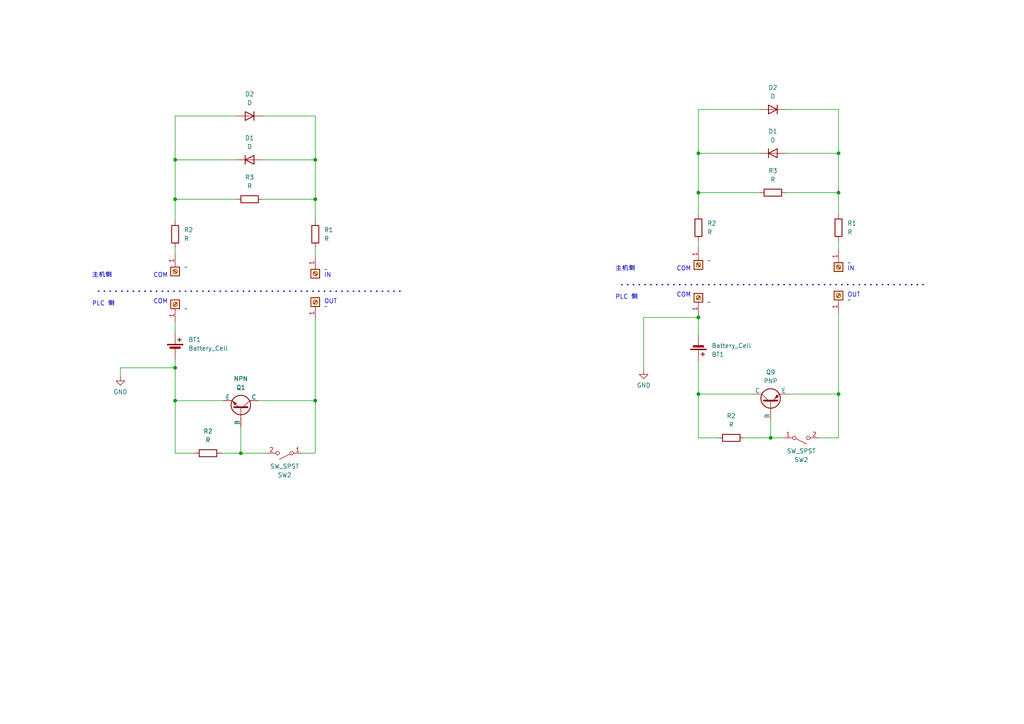
<source format=kicad_sch>
(kicad_sch (version 20230121) (generator eeschema)
  (paper "A4")
  (lib_symbols
    (symbol "Connector:Screw_Terminal_01x01" (pin_names (offset 1.016) hide)
      (property "Reference" "J" (at 0 2.54 0))
      (property "Value" "Screw_Terminal_01x01" (at 0 -2.54 0))
      (symbol "Screw_Terminal_01x01_1_1"
        (rectangle (start -1.27 1.27) (end 1.27 -1.27) (stroke (width 0.254)) (fill (type background)))
        (polyline (pts (xy -0.5334 0.3302) (xy 0.3302 -0.508)) (stroke (width 0.1524)))
        (polyline (pts (xy -0.3556 0.508) (xy 0.508 -0.3302)) (stroke (width 0.1524)))
        (circle (center 0 0) (radius 0.635) (stroke (width 0.1524)))
        (pin passive line (at -5.08 0 0) (length 3.81) (name "Pin_1") (number "1"))
      )
    )
    (symbol "Device:Battery_Cell" (pin_numbers hide) (pin_names (offset 0) hide)
      (property "Reference" "BT" (at 2.54 2.54 0))
      (property "Value" "Battery_Cell" (at 2.54 0 0))
      (symbol "Battery_Cell_0_1"
        (rectangle (start -2.286 1.778) (end 2.286 1.524) (fill (type outline)))
        (rectangle (start -1.524 1.016) (end 1.524 0.508) (fill (type outline)))
        (polyline (pts (xy 0 0.762) (xy 0 0)))
        (polyline (pts (xy 0 1.778) (xy 0 2.54)))
        (polyline (pts (xy 0.762 3.048) (xy 1.778 3.048)) (stroke (width 0.254)))
        (polyline (pts (xy 1.27 3.556) (xy 1.27 2.54)) (stroke (width 0.254)))
      )
      (symbol "Battery_Cell_1_1"
        (pin passive line (at 0 5.08 270) (length 2.54) (name "+") (number "1"))
        (pin passive line (at 0 -2.54 90) (length 2.54) (name "-") (number "2"))
      )
    )
    (symbol "Device:D" (pin_numbers hide) (pin_names (offset 1.016) hide)
      (property "Reference" "D" (at 0 2.54 0))
      (property "Value" "D" (at 0 -2.54 0))
      (symbol "D_0_1"
        (polyline (pts (xy -1.27 1.27) (xy -1.27 -1.27)) (stroke (width 0.254)))
        (polyline (pts (xy 1.27 0) (xy -1.27 0)))
        (polyline (pts (xy 1.27 1.27) (xy 1.27 -1.27) (xy -1.27 0) (xy 1.27 1.27)) (stroke (width 0.254)))
      )
      (symbol "D_1_1"
        (pin passive line (at -3.81 0 0) (length 2.54) (name "K") (number "1"))
        (pin passive line (at 3.81 0 180) (length 2.54) (name "A") (number "2"))
      )
    )
    (symbol "Device:R" (pin_numbers hide) (pin_names (offset 0))
      (property "Reference" "R" (at 2.032 0 90))
      (property "Value" "R" (at 0 0 90))
      (symbol "R_0_1"
        (rectangle (start -1.016 -2.54) (end 1.016 2.54) (stroke (width 0.254)))
      )
      (symbol "R_1_1"
        (pin passive line (at 0 3.81 270) (length 1.27) (name "~") (number "1"))
        (pin passive line (at 0 -3.81 90) (length 1.27) (name "~") (number "2"))
      )
    )
    (symbol "Simulation_SPICE:NPN" (pin_numbers hide) (pin_names (offset 0))
      (property "Reference" "Q" (at -2.54 7.62 0))
      (property "Value" "NPN" (at -2.54 5.08 0))
      (symbol "NPN_0_1"
        (polyline (pts (xy -2.54 0) (xy 0.635 0)) (stroke (width 0.1524)))
        (polyline (pts (xy 0.635 0.635) (xy 2.54 2.54)))
        (polyline (pts (xy 2.794 -1.27) (xy 2.794 -1.27)) (stroke (width 0.1524)))
        (polyline (pts (xy 2.794 -1.27) (xy 2.794 -1.27)) (stroke (width 0.1524)))
        (polyline (pts (xy 0.635 -0.635) (xy 2.54 -2.54) (xy 2.54 -2.54)))
        (polyline (pts (xy 0.635 1.905) (xy 0.635 -1.905) (xy 0.635 -1.905)) (stroke (width 0.508)))
        (polyline (pts (xy 1.27 -1.778) (xy 1.778 -1.27) (xy 2.286 -2.286) (xy 1.27 -1.778) (xy 1.27 -1.778)) (fill (type outline)))
        (circle (center 1.27 0) (radius 2.8194) (stroke (width 0.254)))
      )
      (symbol "NPN_1_1"
        (pin open_collector line (at 2.54 5.08 270) (length 2.54) (name "C") (number "1"))
        (pin input line (at -5.08 0 0) (length 2.54) (name "B") (number "2"))
        (pin open_emitter line (at 2.54 -5.08 90) (length 2.54) (name "E") (number "3"))
      )
    )
    (symbol "Simulation_SPICE:PNP" (pin_numbers hide) (pin_names (offset 0))
      (property "Reference" "Q" (at -2.54 7.62 0))
      (property "Value" "PNP" (at -2.54 5.08 0))
      (symbol "PNP_0_1"
        (polyline (pts (xy -2.54 0) (xy 0.635 0)) (stroke (width 0.1524)))
        (polyline (pts (xy 0.635 0.635) (xy 2.54 2.54)))
        (polyline (pts (xy 0.635 -0.635) (xy 2.54 -2.54) (xy 2.54 -2.54)))
        (polyline (pts (xy 0.635 1.905) (xy 0.635 -1.905) (xy 0.635 -1.905)) (stroke (width 0.508)))
        (polyline (pts (xy 2.286 -1.778) (xy 1.778 -2.286) (xy 1.27 -1.27) (xy 2.286 -1.778) (xy 2.286 -1.778)) (fill (type outline)))
        (circle (center 1.27 0) (radius 2.8194) (stroke (width 0.254)))
      )
      (symbol "PNP_1_1"
        (pin open_collector line (at 2.54 5.08 270) (length 2.54) (name "C") (number "1"))
        (pin input line (at -5.08 0 0) (length 2.54) (name "B") (number "2"))
        (pin open_emitter line (at 2.54 -5.08 90) (length 2.54) (name "E") (number "3"))
      )
    )
    (symbol "Switch:SW_SPST" (pin_names (offset 0) hide)
      (property "Reference" "SW" (at 0 3.175 0))
      (property "Value" "SW_SPST" (at 0 -2.54 0))
      (symbol "SW_SPST_0_0"
        (circle (center -2.032 0) (radius 0.508))
        (polyline (pts (xy -1.524 0.254) (xy 1.524 1.778)))
        (circle (center 2.032 0) (radius 0.508))
      )
      (symbol "SW_SPST_1_1"
        (pin passive line (at -5.08 0 0) (length 2.54) (name "A") (number "1"))
        (pin passive line (at 5.08 0 180) (length 2.54) (name "B") (number "2"))
      )
    )
    (symbol "power:GND" (power) (pin_names (offset 0))
      (property "Value" "GND" (at 0 -3.81 0))
      (symbol "GND_0_1"
        (polyline (pts (xy 0 0) (xy 0 -1.27) (xy 1.27 -1.27) (xy 0 -2.54) (xy -1.27 -1.27) (xy 0 -1.27)))
      )
      (symbol "GND_1_1"
        (pin power_in line (at 0 0 270) (length 0) hide (name "GND") (number "1"))
      )
    )
  )
  (junction (at 91.44 57.785))
  (junction (at 202.565 44.45))
  (junction (at 50.8 46.355))
  (junction (at 91.44 116.205))
  (junction (at 243.205 55.88))
  (junction (at 69.85 131.445))
  (junction (at 202.565 114.3))
  (junction (at 223.52 127))
  (junction (at 202.565 92.075))
  (junction (at 243.205 114.3))
  (junction (at 50.8 106.68))
  (junction (at 50.8 57.785))
  (junction (at 243.205 44.45))
  (junction (at 91.44 46.355))
  (junction (at 202.565 55.88))
  (junction (at 50.8 116.205))
  (wire (pts (xy 243.205 90.805) (xy 243.205 114.3)))
  (wire (pts (xy 202.565 92.075) (xy 202.565 97.155)))
  (wire (pts (xy 202.565 91.44) (xy 202.565 92.075)))
  (wire (pts (xy 223.52 121.92) (xy 223.52 127)))
  (wire (pts (xy 50.8 131.445) (xy 50.8 116.205)))
  (wire (pts (xy 243.205 44.45) (xy 243.205 55.88)))
  (wire (pts (xy 202.565 127) (xy 202.565 114.3)))
  (polyline (pts (xy 28.575 84.455) (xy 117.475 84.455)) (stroke (width 0.4) (type dot)))
  (wire (pts (xy 34.925 106.68) (xy 50.8 106.68)))
  (wire (pts (xy 68.58 33.655) (xy 50.8 33.655)))
  (wire (pts (xy 202.565 69.85) (xy 202.565 71.755)))
  (wire (pts (xy 50.8 57.785) (xy 68.58 57.785)))
  (wire (pts (xy 227.965 55.88) (xy 243.205 55.88)))
  (wire (pts (xy 220.345 44.45) (xy 202.565 44.45)))
  (wire (pts (xy 202.565 44.45) (xy 202.565 55.88)))
  (wire (pts (xy 50.8 104.14) (xy 50.8 106.68)))
  (wire (pts (xy 202.565 55.88) (xy 220.345 55.88)))
  (wire (pts (xy 202.565 62.23) (xy 202.565 55.88)))
  (wire (pts (xy 243.205 69.85) (xy 243.205 72.39)))
  (wire (pts (xy 202.565 127) (xy 208.28 127)))
  (wire (pts (xy 91.44 131.445) (xy 91.44 116.205)))
  (wire (pts (xy 243.205 114.3) (xy 243.205 127)))
  (wire (pts (xy 186.69 107.315) (xy 186.69 92.075)))
  (wire (pts (xy 223.52 127) (xy 227.33 127)))
  (wire (pts (xy 91.44 57.785) (xy 91.44 64.135)))
  (wire (pts (xy 202.565 114.3) (xy 218.44 114.3)))
  (wire (pts (xy 202.565 31.75) (xy 202.565 44.45)))
  (wire (pts (xy 220.345 31.75) (xy 202.565 31.75)))
  (wire (pts (xy 64.135 131.445) (xy 69.85 131.445)))
  (wire (pts (xy 76.2 57.785) (xy 91.44 57.785)))
  (wire (pts (xy 91.44 33.655) (xy 91.44 46.355)))
  (wire (pts (xy 91.44 71.755) (xy 91.44 74.295)))
  (wire (pts (xy 227.965 44.45) (xy 243.205 44.45)))
  (wire (pts (xy 50.8 93.345) (xy 50.8 96.52)))
  (polyline (pts (xy 180.34 82.55) (xy 269.24 82.55)) (stroke (width 0.4) (type dot)))
  (wire (pts (xy 227.965 31.75) (xy 243.205 31.75)))
  (wire (pts (xy 50.8 46.355) (xy 50.8 57.785)))
  (wire (pts (xy 202.565 114.3) (xy 202.565 104.775)))
  (wire (pts (xy 243.205 55.88) (xy 243.205 62.23)))
  (wire (pts (xy 76.2 33.655) (xy 91.44 33.655)))
  (wire (pts (xy 237.49 127) (xy 243.205 127)))
  (wire (pts (xy 50.8 131.445) (xy 56.515 131.445)))
  (wire (pts (xy 228.6 114.3) (xy 243.205 114.3)))
  (wire (pts (xy 50.8 106.68) (xy 50.8 116.205)))
  (wire (pts (xy 34.925 109.22) (xy 34.925 106.68)))
  (wire (pts (xy 76.2 46.355) (xy 91.44 46.355)))
  (wire (pts (xy 50.8 71.755) (xy 50.8 73.66)))
  (wire (pts (xy 91.44 92.71) (xy 91.44 116.205)))
  (wire (pts (xy 215.9 127) (xy 223.52 127)))
  (wire (pts (xy 69.85 123.825) (xy 69.85 131.445)))
  (wire (pts (xy 186.69 92.075) (xy 202.565 92.075)))
  (wire (pts (xy 69.85 131.445) (xy 77.47 131.445)))
  (wire (pts (xy 50.8 116.205) (xy 64.77 116.205)))
  (wire (pts (xy 91.44 46.355) (xy 91.44 57.785)))
  (wire (pts (xy 50.8 33.655) (xy 50.8 46.355)))
  (wire (pts (xy 243.205 31.75) (xy 243.205 44.45)))
  (wire (pts (xy 74.93 116.205) (xy 91.44 116.205)))
  (wire (pts (xy 87.63 131.445) (xy 91.44 131.445)))
  (wire (pts (xy 68.58 46.355) (xy 50.8 46.355)))
  (wire (pts (xy 50.8 64.135) (xy 50.8 57.785)))
  (text "主机侧" (at 178.435 78.74 0) (effects (font (size 1.27 1.27)) (justify left bottom)))
  (text "COM" (at 196.215 78.74 0) (effects (font (size 1.27 1.27)) (justify left bottom)))
  (text "OUT" (at 93.98 88.265 0) (effects (font (size 1.27 1.27)) (justify left bottom)))
  (text "IN" (at 245.745 78.74 0) (effects (font (size 1.27 1.27)) (justify left bottom)))
  (text "COM" (at 44.45 88.265 0) (effects (font (size 1.27 1.27)) (justify left bottom)))
  (text "IN" (at 93.98 80.645 0) (effects (font (size 1.27 1.27)) (justify left bottom)))
  (text "COM" (at 44.45 80.645 0) (effects (font (size 1.27 1.27)) (justify left bottom)))
  (text "OUT" (at 245.745 86.36 0) (effects (font (size 1.27 1.27)) (justify left bottom)))
  (text "主机侧" (at 26.67 80.645 0) (effects (font (size 1.27 1.27)) (justify left bottom)))
  (text "COM" (at 196.215 86.36 0) (effects (font (size 1.27 1.27)) (justify left bottom)))
  (text "PLC 侧" (at 178.435 86.995 0) (effects (font (size 1.27 1.27)) (justify left bottom)))
  (text "PLC 侧" (at 26.67 88.9 0) (effects (font (size 1.27 1.27)) (justify left bottom)))
  (symbol (lib_id "Device:D") (at 224.155 31.75 180) (unit 1)
    (property "Reference" "D2" (at 224.155 25.4 0))
    (property "Value" "D" (at 224.155 27.94 0))
    (property "Sim.Device" "D" (effects hide))
    (property "Sim.Pins" "1=K 2=A" (effects hide))
    (instances (project "SimpeIODiagram" (path "" (reference "D2") (unit 1)) (path "" (reference "D1") (unit 1)) (path "" (reference "D17") (unit 1))))
  )
  (symbol (lib_id "Connector:Screw_Terminal_01x01") (at 243.205 85.725 90) (unit 1)
    (property "Reference" "J14" (effects hide))
    (property "Value" "~" (at 245.745 86.995 90) (effects (justify right)))
    (instances (project "SimpeIODiagram" (path "" (reference "J14") (unit 1)) (path "" (reference "J38") (unit 1))))
  )
  (symbol (lib_id "Device:Battery_Cell") (at 50.8 101.6 0) (unit 1)
    (property "Reference" "BT1" (at 54.61 98.4885 0) (effects (justify left)))
    (property "Value" "Battery_Cell" (at 54.61 101.0285 0) (effects (justify left)))
    (instances (project "SimpeIODiagram" (path "" (reference "BT1") (unit 1)) (path "" (reference "BT1") (unit 1)) (path "" (reference "BT3") (unit 1)) (path "" (reference "BT1") (unit 1))))
  )
  (symbol (lib_id "Connector:Screw_Terminal_01x01") (at 243.205 77.47 90) (mirror x) (unit 1)
    (property "Reference" "J14" (effects hide))
    (property "Value" "~" (at 245.745 76.2 90) (effects (justify right)))
    (instances (project "SimpeIODiagram" (path "" (reference "J14") (unit 1)) (path "" (reference "J37") (unit 1))))
  )
  (symbol (lib_id "Device:D") (at 224.155 44.45 0) (unit 1)
    (property "Reference" "D1" (at 224.155 38.1 0))
    (property "Value" "D" (at 224.155 40.64 0))
    (property "Sim.Device" "D" (effects hide))
    (property "Sim.Pins" "1=K 2=A" (effects hide))
    (instances (project "SimpeIODiagram" (path "" (reference "D1") (unit 1)) (path "" (reference "D2") (unit 1)) (path "" (reference "D18") (unit 1))))
  )
  (symbol (lib_id "Connector:Screw_Terminal_01x01") (at 91.44 87.63 90) (unit 1)
    (property "Reference" "J14" (effects hide))
    (property "Value" "~" (at 93.98 88.9 90) (effects (justify right)))
    (instances (project "SimpeIODiagram" (path "" (reference "J14") (unit 1)) (path "" (reference "J36") (unit 1))))
  )
  (symbol (lib_id "Device:R") (at 224.155 55.88 270) (unit 1)
    (property "Reference" "R3" (at 224.155 49.53 90))
    (property "Value" "R" (at 224.155 52.07 90))
    (instances (project "SimpeIODiagram" (path "" (reference "R3") (unit 1)) (path "" (reference "R2") (unit 1)) (path "" (reference "R26") (unit 1))))
  )
  (symbol (lib_id "Connector:Screw_Terminal_01x01") (at 50.8 78.74 90) (mirror x) (unit 1)
    (property "Reference" "J10" (effects hide))
    (property "Value" "~" (at 53.34 77.47 90) (effects (justify right)))
    (instances (project "SimpeIODiagram" (path "" (reference "J10") (unit 1)) (path "" (reference "J40") (unit 1))))
  )
  (symbol (lib_id "Connector:Screw_Terminal_01x01") (at 202.565 86.36 90) (unit 1)
    (property "Reference" "J10" (effects hide))
    (property "Value" "~" (at 205.105 87.63 90) (effects (justify right)))
    (instances (project "SimpeIODiagram" (path "" (reference "J10") (unit 1)) (path "" (reference "J35") (unit 1))))
  )
  (symbol (lib_id "Connector:Screw_Terminal_01x01") (at 91.44 79.375 90) (mirror x) (unit 1)
    (property "Reference" "J14" (effects hide))
    (property "Value" "~" (at 93.98 78.105 90) (effects (justify right)))
    (instances (project "SimpeIODiagram" (path "" (reference "J14") (unit 1)) (path "" (reference "J41") (unit 1))))
  )
  (symbol (lib_id "power:GND") (at 186.69 107.315 0) (unit 1)
    (property "Reference" "#PWR02" (effects hide))
    (property "Value" "GND" (at 186.69 111.76 0))
    (instances (project "SimpeIODiagram" (path "" (reference "#PWR02") (unit 1)) (path "" (reference "#PWR09") (unit 1))))
  )
  (symbol (lib_id "Device:Battery_Cell") (at 202.565 99.695 0) (mirror x) (unit 1)
    (property "Reference" "BT1" (at 206.375 102.8065 0) (effects (justify left)))
    (property "Value" "Battery_Cell" (at 206.375 100.2665 0) (effects (justify left)))
    (instances (project "SimpeIODiagram" (path "" (reference "BT1") (unit 1)) (path "" (reference "BT1") (unit 1)) (path "" (reference "BT3") (unit 1)) (path "" (reference "BT9") (unit 1))))
  )
  (symbol (lib_id "Device:R") (at 72.39 57.785 270) (unit 1)
    (property "Reference" "R3" (at 72.39 51.435 90))
    (property "Value" "R" (at 72.39 53.975 90))
    (instances (project "SimpeIODiagram" (path "" (reference "R3") (unit 1)) (path "" (reference "R2") (unit 1)) (path "" (reference "R2") (unit 1))))
  )
  (symbol (lib_id "Device:R") (at 50.8 67.945 0) (unit 1)
    (property "Reference" "R2" (at 53.34 66.675 0) (effects (justify left)))
    (property "Value" "R" (at 53.34 69.215 0) (effects (justify left)))
    (instances (project "SimpeIODiagram" (path "" (reference "R2") (unit 1)) (path "" (reference "R1") (unit 1)) (path "" (reference "R1") (unit 1))))
  )
  (symbol (lib_id "Device:R") (at 91.44 67.945 0) (unit 1)
    (property "Reference" "R1" (at 93.98 66.675 0) (effects (justify left)))
    (property "Value" "R" (at 93.98 69.215 0) (effects (justify left)))
    (instances (project "SimpeIODiagram" (path "" (reference "R1") (unit 1)) (path "" (reference "R3") (unit 1)) (path "" (reference "R3") (unit 1))))
  )
  (symbol (lib_id "Device:R") (at 243.205 66.04 0) (unit 1)
    (property "Reference" "R1" (at 245.745 64.77 0) (effects (justify left)))
    (property "Value" "R" (at 245.745 67.31 0) (effects (justify left)))
    (instances (project "SimpeIODiagram" (path "" (reference "R1") (unit 1)) (path "" (reference "R3") (unit 1)) (path "" (reference "R27") (unit 1))))
  )
  (symbol (lib_id "Device:R") (at 202.565 66.04 0) (unit 1)
    (property "Reference" "R2" (at 205.105 64.77 0) (effects (justify left)))
    (property "Value" "R" (at 205.105 67.31 0) (effects (justify left)))
    (instances (project "SimpeIODiagram" (path "" (reference "R2") (unit 1)) (path "" (reference "R1") (unit 1)) (path "" (reference "R25") (unit 1))))
  )
  (symbol (lib_id "Device:R") (at 60.325 131.445 90) (unit 1)
    (property "Reference" "R2" (at 60.325 125.095 90))
    (property "Value" "R" (at 60.325 127.635 90))
    (instances (project "SimpeIODiagram" (path "" (reference "R2") (unit 1)) (path "" (reference "R1") (unit 1)) (path "" (reference "R31") (unit 1))))
  )
  (symbol (lib_id "Switch:SW_SPST") (at 82.55 131.445 180) (unit 1)
    (property "Reference" "SW2" (at 82.55 137.795 0))
    (property "Value" "SW_SPST" (at 82.55 135.255 0))
    (instances (project "SimpeIODiagram" (path "" (reference "SW2") (unit 1)) (path "" (reference "SW4") (unit 1)) (path "" (reference "SW1") (unit 1))))
  )
  (symbol (lib_id "Simulation_SPICE:PNP") (at 223.52 116.84 90) (unit 1)
    (property "Reference" "Q9" (at 223.52 107.95 90))
    (property "Value" "PNP" (at 223.52 110.49 90))
    (property "Sim.Device" "PNP" (effects hide))
    (property "Sim.Type" "GUMMELPOON" (effects hide))
    (property "Sim.Pins" "1=C 2=B 3=E" (effects hide))
  )
  (symbol (lib_id "Switch:SW_SPST") (at 232.41 127 0) (mirror x) (unit 1)
    (property "Reference" "SW2" (at 232.41 133.35 0))
    (property "Value" "SW_SPST" (at 232.41 130.81 0))
    (instances (project "SimpeIODiagram" (path "" (reference "SW2") (unit 1)) (path "" (reference "SW4") (unit 1)) (path "" (reference "SW9") (unit 1))))
  )
  (symbol (lib_id "Device:R") (at 212.09 127 90) (unit 1)
    (property "Reference" "R2" (at 212.09 120.65 90))
    (property "Value" "R" (at 212.09 123.19 90))
    (instances (project "SimpeIODiagram" (path "" (reference "R2") (unit 1)) (path "" (reference "R1") (unit 1)) (path "" (reference "R33") (unit 1))))
  )
  (symbol (lib_id "Connector:Screw_Terminal_01x01") (at 50.8 88.265 90) (unit 1)
    (property "Reference" "J10" (effects hide))
    (property "Value" "~" (at 53.34 89.535 90) (effects (justify right)))
    (instances (project "SimpeIODiagram" (path "" (reference "J10") (unit 1)) (path "" (reference "J33") (unit 1))))
  )
  (symbol (lib_id "power:GND") (at 34.925 109.22 0) (unit 1)
    (property "Reference" "#PWR02" (effects hide))
    (property "Value" "GND" (at 34.925 113.665 0))
    (instances (project "SimpeIODiagram" (path "" (reference "#PWR02") (unit 1)) (path "" (reference "#PWR07") (unit 1))))
  )
  (symbol (lib_id "Device:D") (at 72.39 46.355 0) (unit 1)
    (property "Reference" "D1" (at 72.39 40.005 0))
    (property "Value" "D" (at 72.39 42.545 0))
    (property "Sim.Device" "D" (effects hide))
    (property "Sim.Pins" "1=K 2=A" (effects hide))
    (instances (project "SimpeIODiagram" (path "" (reference "D1") (unit 1)) (path "" (reference "D2") (unit 1)) (path "" (reference "D2") (unit 1))))
  )
  (symbol (lib_id "Simulation_SPICE:NPN") (at 69.85 118.745 270) (mirror x) (unit 1)
    (property "Reference" "Q1" (at 69.85 112.395 90))
    (property "Value" "NPN" (at 69.85 109.855 90))
    (property "Sim.Device" "NPN" (effects hide))
    (property "Sim.Type" "GUMMELPOON" (effects hide))
    (property "Sim.Pins" "1=C 2=B 3=E" (effects hide))
    (instances (project "SimpeIODiagram" (path "" (reference "Q1") (unit 1)) (path "" (reference "Q2") (unit 1)) (path "" (reference "Q7") (unit 1))))
  )
  (symbol (lib_id "Device:D") (at 72.39 33.655 180) (unit 1)
    (property "Reference" "D2" (at 72.39 27.305 0))
    (property "Value" "D" (at 72.39 29.845 0))
    (property "Sim.Device" "D" (effects hide))
    (property "Sim.Pins" "1=K 2=A" (effects hide))
    (instances (project "SimpeIODiagram" (path "" (reference "D2") (unit 1)) (path "" (reference "D1") (unit 1)) (path "" (reference "D1") (unit 1))))
  )
  (symbol (lib_id "Connector:Screw_Terminal_01x01") (at 202.565 76.835 90) (mirror x) (unit 1)
    (property "Reference" "J10" (effects hide))
    (property "Value" "~" (at 205.105 75.565 90) (effects (justify right)))
    (instances (project "SimpeIODiagram" (path "" (reference "J10") (unit 1)) (path "" (reference "J34") (unit 1))))
  )
)
</source>
